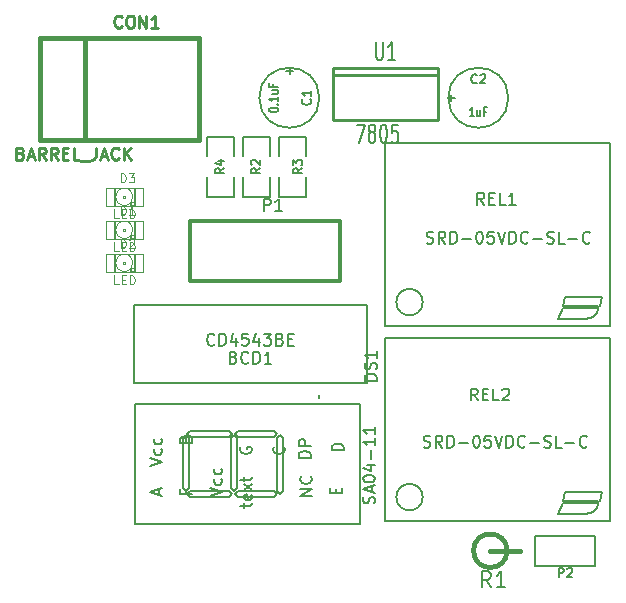
<source format=gto>
G04 (created by PCBNEW (2013-may-18)-stable) date jeu 02 jun 2016 15:56:37 CEST*
%MOIN*%
G04 Gerber Fmt 3.4, Leading zero omitted, Abs format*
%FSLAX34Y34*%
G01*
G70*
G90*
G04 APERTURE LIST*
%ADD10C,0.00590551*%
%ADD11C,0.015*%
%ADD12C,0.012*%
%ADD13C,0.006*%
%ADD14C,0.01*%
%ADD15C,0.005*%
%ADD16C,0.0026*%
%ADD17C,0.004*%
%ADD18C,0.008*%
%ADD19C,0.0075*%
%ADD20C,0.0035*%
G04 APERTURE END LIST*
G54D10*
X32724Y-19555D02*
X31503Y-19555D01*
X31503Y-19555D02*
X31425Y-19830D01*
X31425Y-19830D02*
X32606Y-19830D01*
X31543Y-19909D02*
X31700Y-19909D01*
X31267Y-20263D02*
X31425Y-19909D01*
X31425Y-19909D02*
X31582Y-19909D01*
X32645Y-19830D02*
X32724Y-19555D01*
X32055Y-20263D02*
X32212Y-20263D01*
X32133Y-20263D02*
X31385Y-20263D01*
X31385Y-20263D02*
X31267Y-20263D01*
X32606Y-19909D02*
X31622Y-19909D01*
X32173Y-20263D02*
G75*
G03X32606Y-19909I39J393D01*
G74*
G01*
X26747Y-19712D02*
G75*
G03X26747Y-19712I-440J0D01*
G74*
G01*
X33000Y-20500D02*
X25480Y-20500D01*
X25480Y-20500D02*
X25480Y-14397D01*
X25480Y-14397D02*
X33000Y-14397D01*
X33000Y-14397D02*
X33000Y-20500D01*
X32724Y-26055D02*
X31503Y-26055D01*
X31503Y-26055D02*
X31425Y-26330D01*
X31425Y-26330D02*
X32606Y-26330D01*
X31543Y-26409D02*
X31700Y-26409D01*
X31267Y-26763D02*
X31425Y-26409D01*
X31425Y-26409D02*
X31582Y-26409D01*
X32645Y-26330D02*
X32724Y-26055D01*
X32055Y-26763D02*
X32212Y-26763D01*
X32133Y-26763D02*
X31385Y-26763D01*
X31385Y-26763D02*
X31267Y-26763D01*
X32606Y-26409D02*
X31622Y-26409D01*
X32173Y-26763D02*
G75*
G03X32606Y-26409I39J393D01*
G74*
G01*
X26747Y-26212D02*
G75*
G03X26747Y-26212I-440J0D01*
G74*
G01*
X33000Y-27000D02*
X25480Y-27000D01*
X25480Y-27000D02*
X25480Y-20897D01*
X25480Y-20897D02*
X33000Y-20897D01*
X33000Y-20897D02*
X33000Y-27000D01*
X20400Y-26100D02*
X20300Y-26000D01*
X20300Y-26000D02*
X19000Y-26000D01*
X19000Y-26000D02*
X18900Y-26100D01*
X18900Y-26100D02*
X19000Y-26200D01*
X19000Y-26200D02*
X20300Y-26200D01*
X20300Y-26200D02*
X20400Y-26100D01*
X18850Y-24150D02*
X18950Y-24250D01*
X18950Y-24250D02*
X18950Y-25900D01*
X18950Y-25900D02*
X18850Y-26000D01*
X18850Y-26000D02*
X18750Y-25900D01*
X18750Y-25900D02*
X18750Y-24250D01*
X18750Y-24250D02*
X18850Y-24150D01*
X20400Y-24100D02*
X20300Y-24200D01*
X20300Y-24200D02*
X19000Y-24200D01*
X19000Y-24200D02*
X18900Y-24100D01*
X18900Y-24100D02*
X19000Y-24000D01*
X19000Y-24000D02*
X20300Y-24000D01*
X20300Y-24000D02*
X20400Y-24100D01*
X20400Y-24100D02*
X20350Y-24100D01*
X20450Y-24150D02*
X20550Y-24250D01*
X20550Y-24250D02*
X20550Y-25900D01*
X20550Y-25900D02*
X20450Y-26000D01*
X20450Y-26000D02*
X20350Y-25900D01*
X20350Y-25900D02*
X20350Y-24250D01*
X20350Y-24250D02*
X20450Y-24150D01*
X21900Y-24100D02*
X21800Y-24200D01*
X21800Y-24200D02*
X20600Y-24200D01*
X20600Y-24200D02*
X20500Y-24100D01*
X20500Y-24100D02*
X20600Y-24000D01*
X20600Y-24000D02*
X21800Y-24000D01*
X21800Y-24000D02*
X21900Y-24100D01*
X21800Y-26000D02*
X20600Y-26000D01*
X20600Y-26000D02*
X20500Y-26100D01*
X20500Y-26100D02*
X20600Y-26200D01*
X20600Y-26200D02*
X21800Y-26200D01*
X21800Y-26200D02*
X21900Y-26100D01*
X21900Y-26100D02*
X21800Y-26000D01*
X22100Y-26000D02*
X22000Y-26100D01*
X22000Y-26100D02*
X21900Y-26000D01*
X21900Y-26000D02*
X21900Y-24250D01*
X21900Y-24250D02*
X22000Y-24150D01*
X22000Y-24150D02*
X22100Y-24250D01*
X22100Y-24250D02*
X22100Y-26000D01*
X22100Y-26000D02*
X22050Y-26000D01*
X24650Y-27100D02*
X24650Y-23100D01*
X24650Y-23100D02*
X17150Y-23100D01*
X17150Y-23100D02*
X17150Y-27100D01*
X24650Y-27100D02*
X17150Y-27100D01*
X23301Y-22895D02*
X23301Y-22816D01*
G54D11*
X29000Y-28000D02*
X30000Y-28000D01*
X29559Y-28000D02*
G75*
G03X29559Y-28000I-559J0D01*
G74*
G01*
G54D12*
X19000Y-17000D02*
X24000Y-17000D01*
X24000Y-17000D02*
X24000Y-19000D01*
X24000Y-19000D02*
X19000Y-19000D01*
X19000Y-19000D02*
X19000Y-17000D01*
G54D13*
X32500Y-27500D02*
X32500Y-28500D01*
X32500Y-28500D02*
X30500Y-28500D01*
X30500Y-28500D02*
X30500Y-27500D01*
X30500Y-27500D02*
X32500Y-27500D01*
G54D14*
X23750Y-12150D02*
X23750Y-11900D01*
X23750Y-11900D02*
X27250Y-11900D01*
X27250Y-11900D02*
X27250Y-12150D01*
X23750Y-13650D02*
X23750Y-12150D01*
X23750Y-12150D02*
X27250Y-12150D01*
X27250Y-12150D02*
X27250Y-13650D01*
X27250Y-13650D02*
X23750Y-13650D01*
G54D11*
X14300Y-10900D02*
X14000Y-10900D01*
X14000Y-10900D02*
X14000Y-14300D01*
X14000Y-14300D02*
X14300Y-14300D01*
X15500Y-10900D02*
X15500Y-14300D01*
X19300Y-10900D02*
X19300Y-14300D01*
X14300Y-14300D02*
X19300Y-14300D01*
X14300Y-10900D02*
X19300Y-10900D01*
G54D15*
X23301Y-12900D02*
G75*
G03X23301Y-12900I-1001J0D01*
G74*
G01*
X29601Y-12900D02*
G75*
G03X29601Y-12900I-1001J0D01*
G74*
G01*
G54D10*
X24875Y-22400D02*
X24875Y-19800D01*
X24875Y-19800D02*
X17125Y-19800D01*
X17125Y-19800D02*
X17125Y-22400D01*
X17125Y-22400D02*
X24850Y-22400D01*
G54D15*
X20750Y-16200D02*
X21650Y-16200D01*
X21650Y-16200D02*
X21650Y-15550D01*
X20750Y-14850D02*
X20750Y-14200D01*
X20750Y-14200D02*
X21650Y-14200D01*
X21650Y-14200D02*
X21650Y-14850D01*
X20750Y-15550D02*
X20750Y-16200D01*
X21950Y-16200D02*
X22850Y-16200D01*
X22850Y-16200D02*
X22850Y-15550D01*
X21950Y-14850D02*
X21950Y-14200D01*
X21950Y-14200D02*
X22850Y-14200D01*
X22850Y-14200D02*
X22850Y-14850D01*
X21950Y-15550D02*
X21950Y-16200D01*
X19550Y-16200D02*
X20450Y-16200D01*
X20450Y-16200D02*
X20450Y-15550D01*
X19550Y-14850D02*
X19550Y-14200D01*
X19550Y-14200D02*
X20450Y-14200D01*
X20450Y-14200D02*
X20450Y-14850D01*
X19550Y-15550D02*
X19550Y-16200D01*
G54D16*
X16761Y-17339D02*
X16839Y-17339D01*
X16839Y-17339D02*
X16839Y-17261D01*
X16761Y-17261D02*
X16839Y-17261D01*
X16761Y-17339D02*
X16761Y-17261D01*
X16977Y-17575D02*
X17114Y-17575D01*
X17114Y-17575D02*
X17114Y-17477D01*
X16977Y-17477D02*
X17114Y-17477D01*
X16977Y-17575D02*
X16977Y-17477D01*
X17114Y-17575D02*
X17154Y-17575D01*
X17154Y-17575D02*
X17154Y-17104D01*
X17114Y-17104D02*
X17154Y-17104D01*
X17114Y-17575D02*
X17114Y-17104D01*
X17114Y-17084D02*
X17154Y-17084D01*
X17154Y-17084D02*
X17154Y-17025D01*
X17114Y-17025D02*
X17154Y-17025D01*
X17114Y-17084D02*
X17114Y-17025D01*
X16446Y-17575D02*
X16486Y-17575D01*
X16486Y-17575D02*
X16486Y-17104D01*
X16446Y-17104D02*
X16486Y-17104D01*
X16446Y-17575D02*
X16446Y-17104D01*
X16446Y-17084D02*
X16486Y-17084D01*
X16486Y-17084D02*
X16486Y-17025D01*
X16446Y-17025D02*
X16486Y-17025D01*
X16446Y-17084D02*
X16446Y-17025D01*
X16977Y-17575D02*
X17036Y-17575D01*
X17036Y-17575D02*
X17036Y-17477D01*
X16977Y-17477D02*
X17036Y-17477D01*
X16977Y-17575D02*
X16977Y-17477D01*
G54D17*
X17410Y-17595D02*
X16190Y-17595D01*
X16190Y-17595D02*
X16190Y-17005D01*
X16190Y-17005D02*
X17410Y-17005D01*
X17410Y-17005D02*
X17410Y-17595D01*
X16584Y-17496D02*
G75*
G03X17016Y-17495I215J196D01*
G74*
G01*
X16584Y-17103D02*
G75*
G03X16583Y-17495I215J-196D01*
G74*
G01*
X17015Y-17103D02*
G75*
G03X16583Y-17104I-215J-196D01*
G74*
G01*
X17015Y-17496D02*
G75*
G03X17016Y-17104I-215J196D01*
G74*
G01*
G54D16*
X16761Y-18439D02*
X16839Y-18439D01*
X16839Y-18439D02*
X16839Y-18361D01*
X16761Y-18361D02*
X16839Y-18361D01*
X16761Y-18439D02*
X16761Y-18361D01*
X16977Y-18675D02*
X17114Y-18675D01*
X17114Y-18675D02*
X17114Y-18577D01*
X16977Y-18577D02*
X17114Y-18577D01*
X16977Y-18675D02*
X16977Y-18577D01*
X17114Y-18675D02*
X17154Y-18675D01*
X17154Y-18675D02*
X17154Y-18204D01*
X17114Y-18204D02*
X17154Y-18204D01*
X17114Y-18675D02*
X17114Y-18204D01*
X17114Y-18184D02*
X17154Y-18184D01*
X17154Y-18184D02*
X17154Y-18125D01*
X17114Y-18125D02*
X17154Y-18125D01*
X17114Y-18184D02*
X17114Y-18125D01*
X16446Y-18675D02*
X16486Y-18675D01*
X16486Y-18675D02*
X16486Y-18204D01*
X16446Y-18204D02*
X16486Y-18204D01*
X16446Y-18675D02*
X16446Y-18204D01*
X16446Y-18184D02*
X16486Y-18184D01*
X16486Y-18184D02*
X16486Y-18125D01*
X16446Y-18125D02*
X16486Y-18125D01*
X16446Y-18184D02*
X16446Y-18125D01*
X16977Y-18675D02*
X17036Y-18675D01*
X17036Y-18675D02*
X17036Y-18577D01*
X16977Y-18577D02*
X17036Y-18577D01*
X16977Y-18675D02*
X16977Y-18577D01*
G54D17*
X17410Y-18695D02*
X16190Y-18695D01*
X16190Y-18695D02*
X16190Y-18105D01*
X16190Y-18105D02*
X17410Y-18105D01*
X17410Y-18105D02*
X17410Y-18695D01*
X16584Y-18596D02*
G75*
G03X17016Y-18595I215J196D01*
G74*
G01*
X16584Y-18203D02*
G75*
G03X16583Y-18595I215J-196D01*
G74*
G01*
X17015Y-18203D02*
G75*
G03X16583Y-18204I-215J-196D01*
G74*
G01*
X17015Y-18596D02*
G75*
G03X17016Y-18204I-215J196D01*
G74*
G01*
G54D16*
X16761Y-16239D02*
X16839Y-16239D01*
X16839Y-16239D02*
X16839Y-16161D01*
X16761Y-16161D02*
X16839Y-16161D01*
X16761Y-16239D02*
X16761Y-16161D01*
X16977Y-16475D02*
X17114Y-16475D01*
X17114Y-16475D02*
X17114Y-16377D01*
X16977Y-16377D02*
X17114Y-16377D01*
X16977Y-16475D02*
X16977Y-16377D01*
X17114Y-16475D02*
X17154Y-16475D01*
X17154Y-16475D02*
X17154Y-16004D01*
X17114Y-16004D02*
X17154Y-16004D01*
X17114Y-16475D02*
X17114Y-16004D01*
X17114Y-15984D02*
X17154Y-15984D01*
X17154Y-15984D02*
X17154Y-15925D01*
X17114Y-15925D02*
X17154Y-15925D01*
X17114Y-15984D02*
X17114Y-15925D01*
X16446Y-16475D02*
X16486Y-16475D01*
X16486Y-16475D02*
X16486Y-16004D01*
X16446Y-16004D02*
X16486Y-16004D01*
X16446Y-16475D02*
X16446Y-16004D01*
X16446Y-15984D02*
X16486Y-15984D01*
X16486Y-15984D02*
X16486Y-15925D01*
X16446Y-15925D02*
X16486Y-15925D01*
X16446Y-15984D02*
X16446Y-15925D01*
X16977Y-16475D02*
X17036Y-16475D01*
X17036Y-16475D02*
X17036Y-16377D01*
X16977Y-16377D02*
X17036Y-16377D01*
X16977Y-16475D02*
X16977Y-16377D01*
G54D17*
X17410Y-16495D02*
X16190Y-16495D01*
X16190Y-16495D02*
X16190Y-15905D01*
X16190Y-15905D02*
X17410Y-15905D01*
X17410Y-15905D02*
X17410Y-16495D01*
X16584Y-16396D02*
G75*
G03X17016Y-16395I215J196D01*
G74*
G01*
X16584Y-16003D02*
G75*
G03X16583Y-16395I215J-196D01*
G74*
G01*
X17015Y-16003D02*
G75*
G03X16583Y-16004I-215J-196D01*
G74*
G01*
X17015Y-16396D02*
G75*
G03X17016Y-16004I-215J196D01*
G74*
G01*
G54D10*
X28796Y-16459D02*
X28665Y-16271D01*
X28571Y-16459D02*
X28571Y-16065D01*
X28721Y-16065D01*
X28759Y-16084D01*
X28778Y-16103D01*
X28796Y-16140D01*
X28796Y-16196D01*
X28778Y-16234D01*
X28759Y-16253D01*
X28721Y-16271D01*
X28571Y-16271D01*
X28965Y-16253D02*
X29096Y-16253D01*
X29153Y-16459D02*
X28965Y-16459D01*
X28965Y-16065D01*
X29153Y-16065D01*
X29509Y-16459D02*
X29321Y-16459D01*
X29321Y-16065D01*
X29846Y-16459D02*
X29621Y-16459D01*
X29734Y-16459D02*
X29734Y-16065D01*
X29696Y-16121D01*
X29659Y-16159D01*
X29621Y-16178D01*
X26881Y-17740D02*
X26937Y-17759D01*
X27031Y-17759D01*
X27069Y-17740D01*
X27087Y-17721D01*
X27106Y-17684D01*
X27106Y-17646D01*
X27087Y-17609D01*
X27069Y-17590D01*
X27031Y-17571D01*
X26956Y-17553D01*
X26919Y-17534D01*
X26900Y-17515D01*
X26881Y-17478D01*
X26881Y-17440D01*
X26900Y-17403D01*
X26919Y-17384D01*
X26956Y-17365D01*
X27050Y-17365D01*
X27106Y-17384D01*
X27500Y-17759D02*
X27369Y-17571D01*
X27275Y-17759D02*
X27275Y-17365D01*
X27425Y-17365D01*
X27462Y-17384D01*
X27481Y-17403D01*
X27500Y-17440D01*
X27500Y-17496D01*
X27481Y-17534D01*
X27462Y-17553D01*
X27425Y-17571D01*
X27275Y-17571D01*
X27668Y-17759D02*
X27668Y-17365D01*
X27762Y-17365D01*
X27818Y-17384D01*
X27856Y-17421D01*
X27875Y-17459D01*
X27893Y-17534D01*
X27893Y-17590D01*
X27875Y-17665D01*
X27856Y-17703D01*
X27818Y-17740D01*
X27762Y-17759D01*
X27668Y-17759D01*
X28062Y-17609D02*
X28362Y-17609D01*
X28625Y-17365D02*
X28662Y-17365D01*
X28700Y-17384D01*
X28718Y-17403D01*
X28737Y-17440D01*
X28756Y-17515D01*
X28756Y-17609D01*
X28737Y-17684D01*
X28718Y-17721D01*
X28700Y-17740D01*
X28662Y-17759D01*
X28625Y-17759D01*
X28587Y-17740D01*
X28568Y-17721D01*
X28550Y-17684D01*
X28531Y-17609D01*
X28531Y-17515D01*
X28550Y-17440D01*
X28568Y-17403D01*
X28587Y-17384D01*
X28625Y-17365D01*
X29112Y-17365D02*
X28925Y-17365D01*
X28906Y-17553D01*
X28925Y-17534D01*
X28962Y-17515D01*
X29056Y-17515D01*
X29093Y-17534D01*
X29112Y-17553D01*
X29131Y-17590D01*
X29131Y-17684D01*
X29112Y-17721D01*
X29093Y-17740D01*
X29056Y-17759D01*
X28962Y-17759D01*
X28925Y-17740D01*
X28906Y-17721D01*
X29243Y-17365D02*
X29375Y-17759D01*
X29506Y-17365D01*
X29637Y-17759D02*
X29637Y-17365D01*
X29731Y-17365D01*
X29787Y-17384D01*
X29824Y-17421D01*
X29843Y-17459D01*
X29862Y-17534D01*
X29862Y-17590D01*
X29843Y-17665D01*
X29824Y-17703D01*
X29787Y-17740D01*
X29731Y-17759D01*
X29637Y-17759D01*
X30256Y-17721D02*
X30237Y-17740D01*
X30181Y-17759D01*
X30143Y-17759D01*
X30087Y-17740D01*
X30049Y-17703D01*
X30031Y-17665D01*
X30012Y-17590D01*
X30012Y-17534D01*
X30031Y-17459D01*
X30049Y-17421D01*
X30087Y-17384D01*
X30143Y-17365D01*
X30181Y-17365D01*
X30237Y-17384D01*
X30256Y-17403D01*
X30424Y-17609D02*
X30724Y-17609D01*
X30893Y-17740D02*
X30949Y-17759D01*
X31043Y-17759D01*
X31081Y-17740D01*
X31099Y-17721D01*
X31118Y-17684D01*
X31118Y-17646D01*
X31099Y-17609D01*
X31081Y-17590D01*
X31043Y-17571D01*
X30968Y-17553D01*
X30931Y-17534D01*
X30912Y-17515D01*
X30893Y-17478D01*
X30893Y-17440D01*
X30912Y-17403D01*
X30931Y-17384D01*
X30968Y-17365D01*
X31062Y-17365D01*
X31118Y-17384D01*
X31474Y-17759D02*
X31287Y-17759D01*
X31287Y-17365D01*
X31605Y-17609D02*
X31905Y-17609D01*
X32318Y-17721D02*
X32299Y-17740D01*
X32243Y-17759D01*
X32205Y-17759D01*
X32149Y-17740D01*
X32112Y-17703D01*
X32093Y-17665D01*
X32074Y-17590D01*
X32074Y-17534D01*
X32093Y-17459D01*
X32112Y-17421D01*
X32149Y-17384D01*
X32205Y-17365D01*
X32243Y-17365D01*
X32299Y-17384D01*
X32318Y-17403D01*
X28581Y-22986D02*
X28449Y-22798D01*
X28356Y-22986D02*
X28356Y-22592D01*
X28506Y-22592D01*
X28543Y-22611D01*
X28562Y-22629D01*
X28581Y-22667D01*
X28581Y-22723D01*
X28562Y-22761D01*
X28543Y-22779D01*
X28506Y-22798D01*
X28356Y-22798D01*
X28749Y-22779D02*
X28881Y-22779D01*
X28937Y-22986D02*
X28749Y-22986D01*
X28749Y-22592D01*
X28937Y-22592D01*
X29293Y-22986D02*
X29106Y-22986D01*
X29106Y-22592D01*
X29406Y-22629D02*
X29424Y-22611D01*
X29462Y-22592D01*
X29556Y-22592D01*
X29593Y-22611D01*
X29612Y-22629D01*
X29631Y-22667D01*
X29631Y-22704D01*
X29612Y-22761D01*
X29387Y-22986D01*
X29631Y-22986D01*
X26781Y-24540D02*
X26837Y-24559D01*
X26931Y-24559D01*
X26969Y-24540D01*
X26987Y-24521D01*
X27006Y-24484D01*
X27006Y-24446D01*
X26987Y-24409D01*
X26969Y-24390D01*
X26931Y-24371D01*
X26856Y-24353D01*
X26819Y-24334D01*
X26800Y-24315D01*
X26781Y-24278D01*
X26781Y-24240D01*
X26800Y-24203D01*
X26819Y-24184D01*
X26856Y-24165D01*
X26950Y-24165D01*
X27006Y-24184D01*
X27400Y-24559D02*
X27269Y-24371D01*
X27175Y-24559D02*
X27175Y-24165D01*
X27325Y-24165D01*
X27362Y-24184D01*
X27381Y-24203D01*
X27400Y-24240D01*
X27400Y-24296D01*
X27381Y-24334D01*
X27362Y-24353D01*
X27325Y-24371D01*
X27175Y-24371D01*
X27568Y-24559D02*
X27568Y-24165D01*
X27662Y-24165D01*
X27718Y-24184D01*
X27756Y-24221D01*
X27775Y-24259D01*
X27793Y-24334D01*
X27793Y-24390D01*
X27775Y-24465D01*
X27756Y-24503D01*
X27718Y-24540D01*
X27662Y-24559D01*
X27568Y-24559D01*
X27962Y-24409D02*
X28262Y-24409D01*
X28525Y-24165D02*
X28562Y-24165D01*
X28600Y-24184D01*
X28618Y-24203D01*
X28637Y-24240D01*
X28656Y-24315D01*
X28656Y-24409D01*
X28637Y-24484D01*
X28618Y-24521D01*
X28600Y-24540D01*
X28562Y-24559D01*
X28525Y-24559D01*
X28487Y-24540D01*
X28468Y-24521D01*
X28450Y-24484D01*
X28431Y-24409D01*
X28431Y-24315D01*
X28450Y-24240D01*
X28468Y-24203D01*
X28487Y-24184D01*
X28525Y-24165D01*
X29012Y-24165D02*
X28825Y-24165D01*
X28806Y-24353D01*
X28825Y-24334D01*
X28862Y-24315D01*
X28956Y-24315D01*
X28993Y-24334D01*
X29012Y-24353D01*
X29031Y-24390D01*
X29031Y-24484D01*
X29012Y-24521D01*
X28993Y-24540D01*
X28956Y-24559D01*
X28862Y-24559D01*
X28825Y-24540D01*
X28806Y-24521D01*
X29143Y-24165D02*
X29275Y-24559D01*
X29406Y-24165D01*
X29537Y-24559D02*
X29537Y-24165D01*
X29631Y-24165D01*
X29687Y-24184D01*
X29724Y-24221D01*
X29743Y-24259D01*
X29762Y-24334D01*
X29762Y-24390D01*
X29743Y-24465D01*
X29724Y-24503D01*
X29687Y-24540D01*
X29631Y-24559D01*
X29537Y-24559D01*
X30156Y-24521D02*
X30137Y-24540D01*
X30081Y-24559D01*
X30043Y-24559D01*
X29987Y-24540D01*
X29949Y-24503D01*
X29931Y-24465D01*
X29912Y-24390D01*
X29912Y-24334D01*
X29931Y-24259D01*
X29949Y-24221D01*
X29987Y-24184D01*
X30043Y-24165D01*
X30081Y-24165D01*
X30137Y-24184D01*
X30156Y-24203D01*
X30324Y-24409D02*
X30624Y-24409D01*
X30793Y-24540D02*
X30849Y-24559D01*
X30943Y-24559D01*
X30981Y-24540D01*
X30999Y-24521D01*
X31018Y-24484D01*
X31018Y-24446D01*
X30999Y-24409D01*
X30981Y-24390D01*
X30943Y-24371D01*
X30868Y-24353D01*
X30831Y-24334D01*
X30812Y-24315D01*
X30793Y-24278D01*
X30793Y-24240D01*
X30812Y-24203D01*
X30831Y-24184D01*
X30868Y-24165D01*
X30962Y-24165D01*
X31018Y-24184D01*
X31374Y-24559D02*
X31187Y-24559D01*
X31187Y-24165D01*
X31505Y-24409D02*
X31805Y-24409D01*
X32218Y-24521D02*
X32199Y-24540D01*
X32143Y-24559D01*
X32105Y-24559D01*
X32049Y-24540D01*
X32012Y-24503D01*
X31993Y-24465D01*
X31974Y-24390D01*
X31974Y-24334D01*
X31993Y-24259D01*
X32012Y-24221D01*
X32049Y-24184D01*
X32105Y-24165D01*
X32143Y-24165D01*
X32199Y-24184D01*
X32218Y-24203D01*
X25209Y-22328D02*
X24815Y-22328D01*
X24815Y-22234D01*
X24834Y-22178D01*
X24871Y-22140D01*
X24909Y-22121D01*
X24984Y-22103D01*
X25040Y-22103D01*
X25115Y-22121D01*
X25153Y-22140D01*
X25190Y-22178D01*
X25209Y-22234D01*
X25209Y-22328D01*
X25190Y-21953D02*
X25209Y-21896D01*
X25209Y-21803D01*
X25190Y-21765D01*
X25171Y-21746D01*
X25134Y-21728D01*
X25096Y-21728D01*
X25059Y-21746D01*
X25040Y-21765D01*
X25021Y-21803D01*
X25003Y-21878D01*
X24984Y-21915D01*
X24965Y-21934D01*
X24928Y-21953D01*
X24890Y-21953D01*
X24853Y-21934D01*
X24834Y-21915D01*
X24815Y-21878D01*
X24815Y-21784D01*
X24834Y-21728D01*
X25209Y-21353D02*
X25209Y-21578D01*
X25209Y-21465D02*
X24815Y-21465D01*
X24871Y-21503D01*
X24909Y-21540D01*
X24928Y-21578D01*
X25140Y-26424D02*
X25159Y-26368D01*
X25159Y-26274D01*
X25140Y-26237D01*
X25121Y-26218D01*
X25084Y-26199D01*
X25046Y-26199D01*
X25009Y-26218D01*
X24990Y-26237D01*
X24971Y-26274D01*
X24953Y-26349D01*
X24934Y-26387D01*
X24915Y-26406D01*
X24878Y-26424D01*
X24840Y-26424D01*
X24803Y-26406D01*
X24784Y-26387D01*
X24765Y-26349D01*
X24765Y-26256D01*
X24784Y-26199D01*
X25046Y-26049D02*
X25046Y-25862D01*
X25159Y-26087D02*
X24765Y-25956D01*
X25159Y-25824D01*
X24765Y-25618D02*
X24765Y-25581D01*
X24784Y-25543D01*
X24803Y-25524D01*
X24840Y-25506D01*
X24915Y-25487D01*
X25009Y-25487D01*
X25084Y-25506D01*
X25121Y-25524D01*
X25140Y-25543D01*
X25159Y-25581D01*
X25159Y-25618D01*
X25140Y-25656D01*
X25121Y-25674D01*
X25084Y-25693D01*
X25009Y-25712D01*
X24915Y-25712D01*
X24840Y-25693D01*
X24803Y-25674D01*
X24784Y-25656D01*
X24765Y-25618D01*
X24896Y-25149D02*
X25159Y-25149D01*
X24746Y-25243D02*
X25028Y-25337D01*
X25028Y-25093D01*
X25009Y-24943D02*
X25009Y-24643D01*
X25159Y-24250D02*
X25159Y-24475D01*
X25159Y-24362D02*
X24765Y-24362D01*
X24821Y-24400D01*
X24859Y-24437D01*
X24878Y-24475D01*
X25159Y-23875D02*
X25159Y-24100D01*
X25159Y-23987D02*
X24765Y-23987D01*
X24821Y-24025D01*
X24859Y-24062D01*
X24878Y-24100D01*
X17665Y-25168D02*
X18059Y-25037D01*
X17665Y-24906D01*
X18040Y-24606D02*
X18059Y-24643D01*
X18059Y-24718D01*
X18040Y-24756D01*
X18021Y-24774D01*
X17984Y-24793D01*
X17871Y-24793D01*
X17834Y-24774D01*
X17815Y-24756D01*
X17796Y-24718D01*
X17796Y-24643D01*
X17815Y-24606D01*
X18040Y-24268D02*
X18059Y-24306D01*
X18059Y-24381D01*
X18040Y-24418D01*
X18021Y-24437D01*
X17984Y-24456D01*
X17871Y-24456D01*
X17834Y-24437D01*
X17815Y-24418D01*
X17796Y-24381D01*
X17796Y-24306D01*
X17815Y-24268D01*
X18853Y-24271D02*
X18871Y-24215D01*
X18890Y-24196D01*
X18928Y-24178D01*
X18984Y-24178D01*
X19021Y-24196D01*
X19040Y-24215D01*
X19059Y-24253D01*
X19059Y-24403D01*
X18665Y-24403D01*
X18665Y-24271D01*
X18684Y-24234D01*
X18703Y-24215D01*
X18740Y-24196D01*
X18778Y-24196D01*
X18815Y-24215D01*
X18834Y-24234D01*
X18853Y-24271D01*
X18853Y-24403D01*
X20684Y-24546D02*
X20665Y-24584D01*
X20665Y-24640D01*
X20684Y-24696D01*
X20721Y-24734D01*
X20759Y-24753D01*
X20834Y-24771D01*
X20890Y-24771D01*
X20965Y-24753D01*
X21003Y-24734D01*
X21040Y-24696D01*
X21059Y-24640D01*
X21059Y-24603D01*
X21040Y-24546D01*
X21021Y-24528D01*
X20890Y-24528D01*
X20890Y-24603D01*
X22121Y-24528D02*
X22140Y-24546D01*
X22159Y-24603D01*
X22159Y-24640D01*
X22140Y-24696D01*
X22103Y-24734D01*
X22065Y-24753D01*
X21990Y-24771D01*
X21934Y-24771D01*
X21859Y-24753D01*
X21821Y-24734D01*
X21784Y-24696D01*
X21765Y-24640D01*
X21765Y-24603D01*
X21784Y-24546D01*
X21803Y-24528D01*
X23009Y-24899D02*
X22615Y-24899D01*
X22615Y-24806D01*
X22634Y-24749D01*
X22671Y-24712D01*
X22709Y-24693D01*
X22784Y-24674D01*
X22840Y-24674D01*
X22915Y-24693D01*
X22953Y-24712D01*
X22990Y-24749D01*
X23009Y-24806D01*
X23009Y-24899D01*
X23009Y-24506D02*
X22615Y-24506D01*
X22615Y-24356D01*
X22634Y-24318D01*
X22653Y-24300D01*
X22690Y-24281D01*
X22746Y-24281D01*
X22784Y-24300D01*
X22803Y-24318D01*
X22821Y-24356D01*
X22821Y-24506D01*
X24109Y-24653D02*
X23715Y-24653D01*
X23715Y-24559D01*
X23734Y-24503D01*
X23771Y-24465D01*
X23809Y-24446D01*
X23884Y-24428D01*
X23940Y-24428D01*
X24015Y-24446D01*
X24053Y-24465D01*
X24090Y-24503D01*
X24109Y-24559D01*
X24109Y-24653D01*
X23853Y-26084D02*
X23853Y-25953D01*
X24059Y-25896D02*
X24059Y-26084D01*
X23665Y-26084D01*
X23665Y-25896D01*
X23059Y-26159D02*
X22665Y-26159D01*
X23059Y-25934D01*
X22665Y-25934D01*
X23021Y-25521D02*
X23040Y-25540D01*
X23059Y-25596D01*
X23059Y-25634D01*
X23040Y-25690D01*
X23003Y-25728D01*
X22965Y-25746D01*
X22890Y-25765D01*
X22834Y-25765D01*
X22759Y-25746D01*
X22721Y-25728D01*
X22684Y-25690D01*
X22665Y-25634D01*
X22665Y-25596D01*
X22684Y-25540D01*
X22703Y-25521D01*
X20796Y-26565D02*
X20796Y-26415D01*
X20665Y-26509D02*
X21003Y-26509D01*
X21040Y-26490D01*
X21059Y-26453D01*
X21059Y-26415D01*
X21040Y-26134D02*
X21059Y-26171D01*
X21059Y-26246D01*
X21040Y-26284D01*
X21003Y-26303D01*
X20853Y-26303D01*
X20815Y-26284D01*
X20796Y-26246D01*
X20796Y-26171D01*
X20815Y-26134D01*
X20853Y-26115D01*
X20890Y-26115D01*
X20928Y-26303D01*
X21059Y-25984D02*
X20796Y-25778D01*
X20796Y-25984D02*
X21059Y-25778D01*
X20796Y-25684D02*
X20796Y-25534D01*
X20665Y-25628D02*
X21003Y-25628D01*
X21040Y-25609D01*
X21059Y-25571D01*
X21059Y-25534D01*
X19665Y-26168D02*
X20059Y-26037D01*
X19665Y-25906D01*
X20040Y-25606D02*
X20059Y-25643D01*
X20059Y-25718D01*
X20040Y-25756D01*
X20021Y-25774D01*
X19984Y-25793D01*
X19871Y-25793D01*
X19834Y-25774D01*
X19815Y-25756D01*
X19796Y-25718D01*
X19796Y-25643D01*
X19815Y-25606D01*
X20040Y-25268D02*
X20059Y-25306D01*
X20059Y-25381D01*
X20040Y-25418D01*
X20021Y-25437D01*
X19984Y-25456D01*
X19871Y-25456D01*
X19834Y-25437D01*
X19815Y-25418D01*
X19796Y-25381D01*
X19796Y-25306D01*
X19815Y-25268D01*
X18853Y-25993D02*
X18853Y-26124D01*
X19059Y-26124D02*
X18665Y-26124D01*
X18665Y-25937D01*
X17946Y-26143D02*
X17946Y-25956D01*
X18059Y-26181D02*
X17665Y-26050D01*
X18059Y-25918D01*
G54D18*
X29016Y-29222D02*
X28850Y-28960D01*
X28730Y-29222D02*
X28730Y-28672D01*
X28921Y-28672D01*
X28969Y-28698D01*
X28992Y-28725D01*
X29016Y-28777D01*
X29016Y-28855D01*
X28992Y-28908D01*
X28969Y-28934D01*
X28921Y-28960D01*
X28730Y-28960D01*
X29492Y-29222D02*
X29207Y-29222D01*
X29350Y-29222D02*
X29350Y-28672D01*
X29302Y-28751D01*
X29254Y-28803D01*
X29207Y-28829D01*
X21454Y-16661D02*
X21454Y-16261D01*
X21607Y-16261D01*
X21645Y-16280D01*
X21664Y-16300D01*
X21683Y-16338D01*
X21683Y-16395D01*
X21664Y-16433D01*
X21645Y-16452D01*
X21607Y-16471D01*
X21454Y-16471D01*
X22064Y-16661D02*
X21835Y-16661D01*
X21950Y-16661D02*
X21950Y-16261D01*
X21911Y-16319D01*
X21873Y-16357D01*
X21835Y-16376D01*
G54D13*
X31278Y-28871D02*
X31278Y-28571D01*
X31392Y-28571D01*
X31421Y-28585D01*
X31435Y-28600D01*
X31450Y-28628D01*
X31450Y-28671D01*
X31435Y-28700D01*
X31421Y-28714D01*
X31392Y-28728D01*
X31278Y-28728D01*
X31564Y-28600D02*
X31578Y-28585D01*
X31607Y-28571D01*
X31678Y-28571D01*
X31707Y-28585D01*
X31721Y-28600D01*
X31735Y-28628D01*
X31735Y-28657D01*
X31721Y-28700D01*
X31550Y-28871D01*
X31735Y-28871D01*
G54D18*
X25195Y-11042D02*
X25195Y-11528D01*
X25214Y-11585D01*
X25233Y-11614D01*
X25271Y-11642D01*
X25347Y-11642D01*
X25385Y-11614D01*
X25404Y-11585D01*
X25423Y-11528D01*
X25423Y-11042D01*
X25823Y-11642D02*
X25595Y-11642D01*
X25709Y-11642D02*
X25709Y-11042D01*
X25671Y-11128D01*
X25633Y-11185D01*
X25595Y-11214D01*
X24545Y-13792D02*
X24811Y-13792D01*
X24640Y-14392D01*
X25021Y-14050D02*
X24983Y-14021D01*
X24964Y-13992D01*
X24945Y-13935D01*
X24945Y-13907D01*
X24964Y-13850D01*
X24983Y-13821D01*
X25021Y-13792D01*
X25097Y-13792D01*
X25135Y-13821D01*
X25154Y-13850D01*
X25173Y-13907D01*
X25173Y-13935D01*
X25154Y-13992D01*
X25135Y-14021D01*
X25097Y-14050D01*
X25021Y-14050D01*
X24983Y-14078D01*
X24964Y-14107D01*
X24945Y-14164D01*
X24945Y-14278D01*
X24964Y-14335D01*
X24983Y-14364D01*
X25021Y-14392D01*
X25097Y-14392D01*
X25135Y-14364D01*
X25154Y-14335D01*
X25173Y-14278D01*
X25173Y-14164D01*
X25154Y-14107D01*
X25135Y-14078D01*
X25097Y-14050D01*
X25421Y-13792D02*
X25459Y-13792D01*
X25497Y-13821D01*
X25516Y-13850D01*
X25535Y-13907D01*
X25554Y-14021D01*
X25554Y-14164D01*
X25535Y-14278D01*
X25516Y-14335D01*
X25497Y-14364D01*
X25459Y-14392D01*
X25421Y-14392D01*
X25383Y-14364D01*
X25364Y-14335D01*
X25345Y-14278D01*
X25326Y-14164D01*
X25326Y-14021D01*
X25345Y-13907D01*
X25364Y-13850D01*
X25383Y-13821D01*
X25421Y-13792D01*
X25916Y-13792D02*
X25726Y-13792D01*
X25707Y-14078D01*
X25726Y-14050D01*
X25764Y-14021D01*
X25859Y-14021D01*
X25897Y-14050D01*
X25916Y-14078D01*
X25935Y-14135D01*
X25935Y-14278D01*
X25916Y-14335D01*
X25897Y-14364D01*
X25859Y-14392D01*
X25764Y-14392D01*
X25726Y-14364D01*
X25707Y-14335D01*
G54D14*
X16714Y-10523D02*
X16695Y-10542D01*
X16638Y-10561D01*
X16600Y-10561D01*
X16542Y-10542D01*
X16504Y-10504D01*
X16485Y-10466D01*
X16466Y-10390D01*
X16466Y-10333D01*
X16485Y-10257D01*
X16504Y-10219D01*
X16542Y-10180D01*
X16600Y-10161D01*
X16638Y-10161D01*
X16695Y-10180D01*
X16714Y-10200D01*
X16961Y-10161D02*
X17038Y-10161D01*
X17076Y-10180D01*
X17114Y-10219D01*
X17133Y-10295D01*
X17133Y-10428D01*
X17114Y-10504D01*
X17076Y-10542D01*
X17038Y-10561D01*
X16961Y-10561D01*
X16923Y-10542D01*
X16885Y-10504D01*
X16866Y-10428D01*
X16866Y-10295D01*
X16885Y-10219D01*
X16923Y-10180D01*
X16961Y-10161D01*
X17304Y-10561D02*
X17304Y-10161D01*
X17533Y-10561D01*
X17533Y-10161D01*
X17933Y-10561D02*
X17704Y-10561D01*
X17819Y-10561D02*
X17819Y-10161D01*
X17780Y-10219D01*
X17742Y-10257D01*
X17704Y-10276D01*
X13338Y-14752D02*
X13395Y-14771D01*
X13414Y-14790D01*
X13433Y-14828D01*
X13433Y-14885D01*
X13414Y-14923D01*
X13395Y-14942D01*
X13357Y-14961D01*
X13204Y-14961D01*
X13204Y-14561D01*
X13338Y-14561D01*
X13376Y-14580D01*
X13395Y-14600D01*
X13414Y-14638D01*
X13414Y-14676D01*
X13395Y-14714D01*
X13376Y-14733D01*
X13338Y-14752D01*
X13204Y-14752D01*
X13585Y-14847D02*
X13776Y-14847D01*
X13547Y-14961D02*
X13680Y-14561D01*
X13814Y-14961D01*
X14176Y-14961D02*
X14042Y-14771D01*
X13947Y-14961D02*
X13947Y-14561D01*
X14100Y-14561D01*
X14138Y-14580D01*
X14157Y-14600D01*
X14176Y-14638D01*
X14176Y-14695D01*
X14157Y-14733D01*
X14138Y-14752D01*
X14100Y-14771D01*
X13947Y-14771D01*
X14576Y-14961D02*
X14442Y-14771D01*
X14347Y-14961D02*
X14347Y-14561D01*
X14500Y-14561D01*
X14538Y-14580D01*
X14557Y-14600D01*
X14576Y-14638D01*
X14576Y-14695D01*
X14557Y-14733D01*
X14538Y-14752D01*
X14500Y-14771D01*
X14347Y-14771D01*
X14747Y-14752D02*
X14880Y-14752D01*
X14938Y-14961D02*
X14747Y-14961D01*
X14747Y-14561D01*
X14938Y-14561D01*
X15300Y-14961D02*
X15109Y-14961D01*
X15109Y-14561D01*
X15338Y-15000D02*
X15642Y-15000D01*
X15852Y-14561D02*
X15852Y-14847D01*
X15833Y-14904D01*
X15795Y-14942D01*
X15738Y-14961D01*
X15700Y-14961D01*
X16023Y-14847D02*
X16214Y-14847D01*
X15985Y-14961D02*
X16119Y-14561D01*
X16252Y-14961D01*
X16614Y-14923D02*
X16595Y-14942D01*
X16538Y-14961D01*
X16499Y-14961D01*
X16442Y-14942D01*
X16404Y-14904D01*
X16385Y-14866D01*
X16366Y-14790D01*
X16366Y-14733D01*
X16385Y-14657D01*
X16404Y-14619D01*
X16442Y-14580D01*
X16499Y-14561D01*
X16538Y-14561D01*
X16595Y-14580D01*
X16614Y-14600D01*
X16785Y-14961D02*
X16785Y-14561D01*
X17014Y-14961D02*
X16842Y-14733D01*
X17014Y-14561D02*
X16785Y-14790D01*
G54D15*
X22992Y-12950D02*
X23007Y-12964D01*
X23021Y-13007D01*
X23021Y-13035D01*
X23007Y-13078D01*
X22978Y-13107D01*
X22950Y-13121D01*
X22892Y-13135D01*
X22850Y-13135D01*
X22792Y-13121D01*
X22764Y-13107D01*
X22735Y-13078D01*
X22721Y-13035D01*
X22721Y-13007D01*
X22735Y-12964D01*
X22750Y-12950D01*
X23021Y-12664D02*
X23021Y-12835D01*
X23021Y-12750D02*
X22721Y-12750D01*
X22764Y-12778D01*
X22792Y-12807D01*
X22807Y-12835D01*
X21621Y-13310D02*
X21621Y-13286D01*
X21635Y-13263D01*
X21650Y-13251D01*
X21678Y-13239D01*
X21735Y-13227D01*
X21807Y-13227D01*
X21864Y-13239D01*
X21892Y-13251D01*
X21907Y-13263D01*
X21921Y-13286D01*
X21921Y-13310D01*
X21907Y-13334D01*
X21892Y-13346D01*
X21864Y-13358D01*
X21807Y-13370D01*
X21735Y-13370D01*
X21678Y-13358D01*
X21650Y-13346D01*
X21635Y-13334D01*
X21621Y-13310D01*
X21892Y-13120D02*
X21907Y-13108D01*
X21921Y-13120D01*
X21907Y-13132D01*
X21892Y-13120D01*
X21921Y-13120D01*
X21921Y-12870D02*
X21921Y-13013D01*
X21921Y-12941D02*
X21621Y-12941D01*
X21664Y-12965D01*
X21692Y-12989D01*
X21707Y-13013D01*
X21721Y-12655D02*
X21921Y-12655D01*
X21721Y-12763D02*
X21878Y-12763D01*
X21907Y-12751D01*
X21921Y-12727D01*
X21921Y-12691D01*
X21907Y-12667D01*
X21892Y-12655D01*
X21764Y-12453D02*
X21764Y-12536D01*
X21921Y-12536D02*
X21621Y-12536D01*
X21621Y-12417D01*
G54D19*
X22307Y-12114D02*
X22307Y-11885D01*
X22421Y-12000D02*
X22192Y-12000D01*
G54D18*
G54D15*
X28550Y-12392D02*
X28535Y-12407D01*
X28492Y-12421D01*
X28464Y-12421D01*
X28421Y-12407D01*
X28392Y-12378D01*
X28378Y-12350D01*
X28364Y-12292D01*
X28364Y-12250D01*
X28378Y-12192D01*
X28392Y-12164D01*
X28421Y-12135D01*
X28464Y-12121D01*
X28492Y-12121D01*
X28535Y-12135D01*
X28550Y-12150D01*
X28664Y-12150D02*
X28678Y-12135D01*
X28707Y-12121D01*
X28778Y-12121D01*
X28807Y-12135D01*
X28821Y-12150D01*
X28835Y-12178D01*
X28835Y-12207D01*
X28821Y-12250D01*
X28650Y-12421D01*
X28835Y-12421D01*
X28451Y-13521D02*
X28308Y-13521D01*
X28379Y-13521D02*
X28379Y-13221D01*
X28355Y-13264D01*
X28332Y-13292D01*
X28308Y-13307D01*
X28665Y-13321D02*
X28665Y-13521D01*
X28558Y-13321D02*
X28558Y-13478D01*
X28570Y-13507D01*
X28594Y-13521D01*
X28629Y-13521D01*
X28653Y-13507D01*
X28665Y-13492D01*
X28867Y-13364D02*
X28784Y-13364D01*
X28784Y-13521D02*
X28784Y-13221D01*
X28903Y-13221D01*
G54D19*
X27585Y-12907D02*
X27814Y-12907D01*
X27700Y-13021D02*
X27700Y-12792D01*
G54D18*
G54D10*
X20446Y-21553D02*
X20503Y-21571D01*
X20521Y-21590D01*
X20540Y-21628D01*
X20540Y-21684D01*
X20521Y-21721D01*
X20503Y-21740D01*
X20465Y-21759D01*
X20315Y-21759D01*
X20315Y-21365D01*
X20446Y-21365D01*
X20484Y-21384D01*
X20503Y-21403D01*
X20521Y-21440D01*
X20521Y-21478D01*
X20503Y-21515D01*
X20484Y-21534D01*
X20446Y-21553D01*
X20315Y-21553D01*
X20934Y-21721D02*
X20915Y-21740D01*
X20859Y-21759D01*
X20821Y-21759D01*
X20765Y-21740D01*
X20728Y-21703D01*
X20709Y-21665D01*
X20690Y-21590D01*
X20690Y-21534D01*
X20709Y-21459D01*
X20728Y-21421D01*
X20765Y-21384D01*
X20821Y-21365D01*
X20859Y-21365D01*
X20915Y-21384D01*
X20934Y-21403D01*
X21103Y-21759D02*
X21103Y-21365D01*
X21196Y-21365D01*
X21253Y-21384D01*
X21290Y-21421D01*
X21309Y-21459D01*
X21328Y-21534D01*
X21328Y-21590D01*
X21309Y-21665D01*
X21290Y-21703D01*
X21253Y-21740D01*
X21196Y-21759D01*
X21103Y-21759D01*
X21703Y-21759D02*
X21478Y-21759D01*
X21590Y-21759D02*
X21590Y-21365D01*
X21553Y-21421D01*
X21515Y-21459D01*
X21478Y-21478D01*
X19800Y-21121D02*
X19781Y-21140D01*
X19725Y-21159D01*
X19687Y-21159D01*
X19631Y-21140D01*
X19593Y-21103D01*
X19575Y-21065D01*
X19556Y-20990D01*
X19556Y-20934D01*
X19575Y-20859D01*
X19593Y-20821D01*
X19631Y-20784D01*
X19687Y-20765D01*
X19725Y-20765D01*
X19781Y-20784D01*
X19800Y-20803D01*
X19968Y-21159D02*
X19968Y-20765D01*
X20062Y-20765D01*
X20118Y-20784D01*
X20156Y-20821D01*
X20175Y-20859D01*
X20193Y-20934D01*
X20193Y-20990D01*
X20175Y-21065D01*
X20156Y-21103D01*
X20118Y-21140D01*
X20062Y-21159D01*
X19968Y-21159D01*
X20531Y-20896D02*
X20531Y-21159D01*
X20437Y-20746D02*
X20343Y-21028D01*
X20587Y-21028D01*
X20925Y-20765D02*
X20737Y-20765D01*
X20718Y-20953D01*
X20737Y-20934D01*
X20775Y-20915D01*
X20868Y-20915D01*
X20906Y-20934D01*
X20925Y-20953D01*
X20943Y-20990D01*
X20943Y-21084D01*
X20925Y-21121D01*
X20906Y-21140D01*
X20868Y-21159D01*
X20775Y-21159D01*
X20737Y-21140D01*
X20718Y-21121D01*
X21281Y-20896D02*
X21281Y-21159D01*
X21187Y-20746D02*
X21093Y-21028D01*
X21337Y-21028D01*
X21449Y-20765D02*
X21693Y-20765D01*
X21562Y-20915D01*
X21618Y-20915D01*
X21656Y-20934D01*
X21674Y-20953D01*
X21693Y-20990D01*
X21693Y-21084D01*
X21674Y-21121D01*
X21656Y-21140D01*
X21618Y-21159D01*
X21506Y-21159D01*
X21468Y-21140D01*
X21449Y-21121D01*
X21993Y-20953D02*
X22049Y-20971D01*
X22068Y-20990D01*
X22087Y-21028D01*
X22087Y-21084D01*
X22068Y-21121D01*
X22049Y-21140D01*
X22012Y-21159D01*
X21862Y-21159D01*
X21862Y-20765D01*
X21993Y-20765D01*
X22031Y-20784D01*
X22049Y-20803D01*
X22068Y-20840D01*
X22068Y-20878D01*
X22049Y-20915D01*
X22031Y-20934D01*
X21993Y-20953D01*
X21862Y-20953D01*
X22256Y-20953D02*
X22387Y-20953D01*
X22443Y-21159D02*
X22256Y-21159D01*
X22256Y-20765D01*
X22443Y-20765D01*
G54D15*
X21321Y-15250D02*
X21178Y-15350D01*
X21321Y-15421D02*
X21021Y-15421D01*
X21021Y-15307D01*
X21035Y-15278D01*
X21050Y-15264D01*
X21078Y-15250D01*
X21121Y-15250D01*
X21150Y-15264D01*
X21164Y-15278D01*
X21178Y-15307D01*
X21178Y-15421D01*
X21050Y-15135D02*
X21035Y-15121D01*
X21021Y-15092D01*
X21021Y-15021D01*
X21035Y-14992D01*
X21050Y-14978D01*
X21078Y-14964D01*
X21107Y-14964D01*
X21150Y-14978D01*
X21321Y-15150D01*
X21321Y-14964D01*
X22721Y-15250D02*
X22578Y-15350D01*
X22721Y-15421D02*
X22421Y-15421D01*
X22421Y-15307D01*
X22435Y-15278D01*
X22450Y-15264D01*
X22478Y-15250D01*
X22521Y-15250D01*
X22550Y-15264D01*
X22564Y-15278D01*
X22578Y-15307D01*
X22578Y-15421D01*
X22421Y-15150D02*
X22421Y-14964D01*
X22535Y-15064D01*
X22535Y-15021D01*
X22550Y-14992D01*
X22564Y-14978D01*
X22592Y-14964D01*
X22664Y-14964D01*
X22692Y-14978D01*
X22707Y-14992D01*
X22721Y-15021D01*
X22721Y-15107D01*
X22707Y-15135D01*
X22692Y-15150D01*
X20121Y-15250D02*
X19978Y-15350D01*
X20121Y-15421D02*
X19821Y-15421D01*
X19821Y-15307D01*
X19835Y-15278D01*
X19850Y-15264D01*
X19878Y-15250D01*
X19921Y-15250D01*
X19950Y-15264D01*
X19964Y-15278D01*
X19978Y-15307D01*
X19978Y-15421D01*
X19921Y-14992D02*
X20121Y-14992D01*
X19807Y-15064D02*
X20021Y-15135D01*
X20021Y-14950D01*
G54D20*
X16678Y-16821D02*
X16678Y-16521D01*
X16750Y-16521D01*
X16792Y-16535D01*
X16821Y-16564D01*
X16835Y-16592D01*
X16850Y-16650D01*
X16850Y-16692D01*
X16835Y-16750D01*
X16821Y-16778D01*
X16792Y-16807D01*
X16750Y-16821D01*
X16678Y-16821D01*
X17135Y-16821D02*
X16964Y-16821D01*
X17050Y-16821D02*
X17050Y-16521D01*
X17021Y-16564D01*
X16992Y-16592D01*
X16964Y-16607D01*
X16607Y-18021D02*
X16464Y-18021D01*
X16464Y-17721D01*
X16707Y-17864D02*
X16807Y-17864D01*
X16850Y-18021D02*
X16707Y-18021D01*
X16707Y-17721D01*
X16850Y-17721D01*
X16978Y-18021D02*
X16978Y-17721D01*
X17050Y-17721D01*
X17092Y-17735D01*
X17121Y-17764D01*
X17135Y-17792D01*
X17150Y-17850D01*
X17150Y-17892D01*
X17135Y-17950D01*
X17121Y-17978D01*
X17092Y-18007D01*
X17050Y-18021D01*
X16978Y-18021D01*
X16678Y-17921D02*
X16678Y-17621D01*
X16750Y-17621D01*
X16792Y-17635D01*
X16821Y-17664D01*
X16835Y-17692D01*
X16850Y-17750D01*
X16850Y-17792D01*
X16835Y-17850D01*
X16821Y-17878D01*
X16792Y-17907D01*
X16750Y-17921D01*
X16678Y-17921D01*
X16964Y-17650D02*
X16978Y-17635D01*
X17007Y-17621D01*
X17078Y-17621D01*
X17107Y-17635D01*
X17121Y-17650D01*
X17135Y-17678D01*
X17135Y-17707D01*
X17121Y-17750D01*
X16950Y-17921D01*
X17135Y-17921D01*
X16607Y-19121D02*
X16464Y-19121D01*
X16464Y-18821D01*
X16707Y-18964D02*
X16807Y-18964D01*
X16850Y-19121D02*
X16707Y-19121D01*
X16707Y-18821D01*
X16850Y-18821D01*
X16978Y-19121D02*
X16978Y-18821D01*
X17050Y-18821D01*
X17092Y-18835D01*
X17121Y-18864D01*
X17135Y-18892D01*
X17150Y-18950D01*
X17150Y-18992D01*
X17135Y-19050D01*
X17121Y-19078D01*
X17092Y-19107D01*
X17050Y-19121D01*
X16978Y-19121D01*
X16678Y-15721D02*
X16678Y-15421D01*
X16750Y-15421D01*
X16792Y-15435D01*
X16821Y-15464D01*
X16835Y-15492D01*
X16850Y-15550D01*
X16850Y-15592D01*
X16835Y-15650D01*
X16821Y-15678D01*
X16792Y-15707D01*
X16750Y-15721D01*
X16678Y-15721D01*
X16950Y-15421D02*
X17135Y-15421D01*
X17035Y-15535D01*
X17078Y-15535D01*
X17107Y-15550D01*
X17121Y-15564D01*
X17135Y-15592D01*
X17135Y-15664D01*
X17121Y-15692D01*
X17107Y-15707D01*
X17078Y-15721D01*
X16992Y-15721D01*
X16964Y-15707D01*
X16950Y-15692D01*
X16607Y-16921D02*
X16464Y-16921D01*
X16464Y-16621D01*
X16707Y-16764D02*
X16807Y-16764D01*
X16850Y-16921D02*
X16707Y-16921D01*
X16707Y-16621D01*
X16850Y-16621D01*
X16978Y-16921D02*
X16978Y-16621D01*
X17050Y-16621D01*
X17092Y-16635D01*
X17121Y-16664D01*
X17135Y-16692D01*
X17150Y-16750D01*
X17150Y-16792D01*
X17135Y-16850D01*
X17121Y-16878D01*
X17092Y-16907D01*
X17050Y-16921D01*
X16978Y-16921D01*
M02*

</source>
